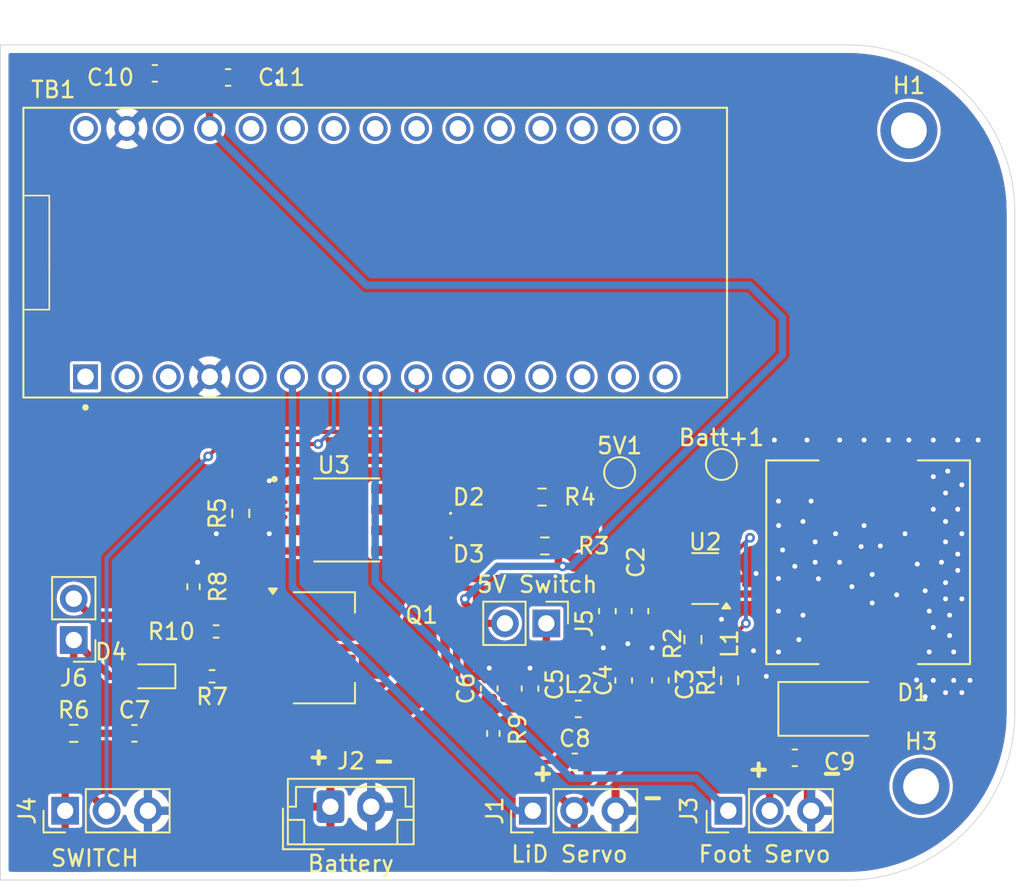
<source format=kicad_pcb>
(kicad_pcb (version 20240108) (generator "pcbnew") (generator_version "8.0")
  (layers (0 "F.Cu" signal) (31 "B.Cu" signal) (34 "B.Paste" user) (35 "F.Paste" user) (36 "B.SilkS" user "B.Silkscreen") (37 "F.SilkS" user "F.Silkscreen") (38 "B.Mask" user) (39 "F.Mask" user) (44 "Edge.Cuts" user))
  (net 0 "")
  (net 1 "+5V")
  (net 2 "/Batt+")
  (net 3 "GND")
  (net 4 "Net-(D1-K)")
  (net 5 "Net-(D1-A)")
  (net 6 "Net-(D2-K)")
  (net 7 "Net-(D2-A)")
  (net 8 "Net-(D3-K)")
  (net 9 "Net-(D3-A)")
  (net 10 "Toggle Switch")
  (net 11 "Net-(D4-K)")
  (net 12 "Net-(U2-FB)")
  (net 13 "Net-(U3-PROG)")
  (net 14 "PWM Lid")
  (net 21 "PWM Foot")
  (net 24 "Net-(Q1-C)")
  (net 25 "Status LED")
  (net 30 "Net-(J5-Pin_1)")
  (net 43 "Net-(J6-Pin_2)")
  (footprint "Capacitor_SMD:C_0603_1608Metric" (layer "F.Cu") (at 155.75 99.75 90)
    (property "Reference" "C6" (at 0 -1.43 90) (layer "F.SilkS"))
    (property "Value" "100n")
    (pad "1" smd roundrect (at -0.775 0 90) (size 0.9 0.95) (layers "F.Cu" "F.Paste" "F.Mask") (net 30 "Net-(J5-Pin_1)"))
    (pad "2" smd roundrect (at 0.775 0 90) (size 0.9 0.95) (layers "F.Cu" "F.Paste" "F.Mask") (net 3 "GND"))
  )
  (footprint "Resistor_SMD:R_0603_1608Metric" (layer "F.Cu") (at 130.25 102.5)
    (property "Reference" "R6" (at 0 -1.43 0) (layer "F.SilkS"))
    (property "Value" "10K")
    (pad "1" smd roundrect (at -0.825 0) (size 0.8 0.95) (layers "F.Cu" "F.Paste" "F.Mask") (net 1 "+5V"))
    (pad "2" smd roundrect (at 0.825 0) (size 0.8 0.95) (layers "F.Cu" "F.Paste" "F.Mask") (net 10 "Toggle Switch"))
  )
  (footprint "Resistor_SMD:R_0603_1608Metric" (layer "F.Cu") (at 140.5 89 90)
    (property "Reference" "R5" (at 0 -1.43 90) (layer "F.SilkS"))
    (property "Value" "1.2K")
    (pad "1" smd roundrect (at -0.825 0 90) (size 0.8 0.95) (layers "F.Cu" "F.Paste" "F.Mask") (net 3 "GND"))
    (pad "2" smd roundrect (at 0.825 0 90) (size 0.8 0.95) (layers "F.Cu" "F.Paste" "F.Mask") (net 13 "Net-(U3-PROG)"))
  )
  (footprint "Capacitor_SMD:C_0603_1608Metric" (layer "F.Cu") (at 161 104.25)
    (property "Reference" "C8" (at 0 -1.43 0) (layer "F.SilkS"))
    (property "Value" "10u")
    (pad "1" smd roundrect (at -0.775 0) (size 0.9 0.95) (layers "F.Cu" "F.Paste" "F.Mask") (net 1 "+5V"))
    (pad "2" smd roundrect (at 0.775 0) (size 0.9 0.95) (layers "F.Cu" "F.Paste" "F.Mask") (net 3 "GND"))
  )
  (footprint "Connector_PinHeader_2.54mm:PinHeader_1x02_P2.54mm_Vertical" (layer "F.Cu") (at 159.25 95.75 -90)
    (property "Reference" "J5" (at 0 -2.33 90) (layer "F.SilkS"))
    (property "Value" "5V Switch")
    (pad "1" thru_hole rect (at 0 0 270) (size 1.7 1.7) (drill 1) (layers "*.Cu" "*.Mask") (net 30 "Net-(J5-Pin_1)"))
    (pad "2" thru_hole oval (at 0 2.54 270) (size 1.7 1.7) (drill 1) (layers "*.Cu" "*.Mask") (net 1 "+5V"))
  )
  (footprint "LED_SMD:LED_0402_1005Metric" (layer "F.Cu") (at 154.47 89)
    (property "Reference" "D2" (at 0.015 -1 0) (layer "F.SilkS"))
    (property "Value" "BLUE")
    (pad "1" smd roundrect (at -0.485 0) (size 0.59 0.64) (layers "F.Cu" "F.Paste" "F.Mask") (net 6 "Net-(D2-K)"))
    (pad "2" smd roundrect (at 0.485 0) (size 0.59 0.64) (layers "F.Cu" "F.Paste" "F.Mask") (net 7 "Net-(D2-A)"))
  )
  (footprint "Capacitor_SMD:C_0603_1608Metric" (layer "F.Cu") (at 174.5 104)
    (property "Reference" "C9" (at 2.75 0.25 0) (layer "F.SilkS"))
    (property "Value" "10u")
    (pad "1" smd roundrect (at -0.775 0) (size 0.9 0.95) (layers "F.Cu" "F.Paste" "F.Mask") (net 1 "+5V"))
    (pad "2" smd roundrect (at 0.775 0) (size 0.9 0.95) (layers "F.Cu" "F.Paste" "F.Mask") (net 3 "GND"))
  )
  (footprint "Capacitor_SMD:C_0603_1608Metric" (layer "F.Cu") (at 139.725 62.25)
    (property "Reference" "C11" (at 3.275 0 0) (layer "F.SilkS"))
    (property "Value" "10U")
    (pad "1" smd roundrect (at -0.775 0) (size 0.9 0.95) (layers "F.Cu" "F.Paste" "F.Mask") (net 1 "+5V"))
    (pad "2" smd roundrect (at 0.775 0) (size 0.9 0.95) (layers "F.Cu" "F.Paste" "F.Mask") (net 3 "GND"))
  )
  (footprint "MountingHole:MountingHole_2.2mm_M2_ISO7380_Pad" (layer "F.Cu") (at 181.5 65.5)
    (property "Reference" "H1" (at 0 -2.75 0) (layer "F.SilkS"))
    (property "Value" "MountingHole")
    (pad "1" thru_hole circle (at 0 0) (size 3.5 3.5) (drill 2.2) (layers "*.Cu" "*.Mask"))
  )
  (footprint "Connector_PinHeader_2.54mm:PinHeader_1x03_P2.54mm_Vertical" (layer "F.Cu") (at 158.42 107.25 90)
    (property "Reference" "J1" (at 0 -2.33 90) (layer "F.SilkS"))
    (property "Value" "Conn_01x03_Pin")
    (pad "1" thru_hole rect (at 0 0 90) (size 1.7 1.7) (drill 1) (layers "*.Cu" "*.Mask") (net 14 "PWM Lid"))
    (pad "2" thru_hole oval (at 0 2.54 90) (size 1.7 1.7) (drill 1) (layers "*.Cu" "*.Mask") (net 1 "+5V"))
    (pad "3" thru_hole oval (at 0 5.08 90) (size 1.7 1.7) (drill 1) (layers "*.Cu" "*.Mask") (net 3 "GND"))
  )
  (footprint "Resistor_SMD:R_0603_1608Metric" (layer "F.Cu") (at 168.25 96.75 90)
    (property "Reference" "R2" (at -0.25 -1.25 90) (layer "F.SilkS"))
    (property "Value" "1K")
    (pad "1" smd roundrect (at -0.825 0 90) (size 0.8 0.95) (layers "F.Cu" "F.Paste" "F.Mask") (net 12 "Net-(U2-FB)"))
    (pad "2" smd roundrect (at 0.825 0 90) (size 0.8 0.95) (layers "F.Cu" "F.Paste" "F.Mask") (net 3 "GND"))
  )
  (footprint "Package_TO_SOT_SMD:SOT-23-6" (layer "F.Cu") (at 169 93 180)
    (property "Reference" "U2" (at 0 2.25 0) (layer "F.SilkS"))
    (property "Value" "MT3608")
    (pad "1" smd roundrect (at -1.1375 -0.95 180) (size 1.325 0.6) (layers "F.Cu" "F.Paste" "F.Mask") (net 5 "Net-(D1-A)"))
    (pad "2" smd roundrect (at -1.1375 0 180) (size 1.325 0.6) (layers "F.Cu" "F.Paste" "F.Mask") (net 3 "GND"))
    (pad "3" smd roundrect (at -1.1375 0.95 180) (size 1.325 0.6) (layers "F.Cu" "F.Paste" "F.Mask") (net 12 "Net-(U2-FB)"))
    (pad "4" smd roundrect (at 1.1375 0.95 180) (size 1.325 0.6) (layers "F.Cu" "F.Paste" "F.Mask") (net 2 "/Batt+"))
    (pad "5" smd roundrect (at 1.1375 0 180) (size 1.325 0.6) (layers "F.Cu" "F.Paste" "F.Mask") (net 2 "/Batt+"))
    (pad "6" smd roundrect (at 1.1375 -0.95 180) (size 1.325 0.6) (layers "F.Cu" "F.Paste" "F.Mask"))
  )
  (footprint "TestPoint:TestPoint_Pad_D1.5mm" (layer "F.Cu") (at 170 86)
    (property "Reference" "Batt+1" (at 0 -1.648 0) (layer "F.SilkS"))
    (property "Value" "Batt+")
    (pad "1" smd circle (at 0 0) (size 1.5 1.5) (layers "F.Cu" "F.Mask") (net 2 "/Batt+"))
  )
  (footprint "Capacitor_SMD:C_0603_1608Metric" (layer "F.Cu") (at 163 95 -90)
    (property "Reference" "C1" (hide yes))
    (property "Value" "100n")
    (pad "1" smd roundrect (at -0.775 0 270) (size 0.9 0.95) (layers "F.Cu" "F.Paste" "F.Mask") (net 2 "/Batt+"))
    (pad "2" smd roundrect (at 0.775 0 270) (size 0.9 0.95) (layers "F.Cu" "F.Paste" "F.Mask") (net 3 "GND"))
  )
  (footprint "Resistor_SMD:R_0603_1608Metric" (layer "F.Cu") (at 158.985 88 180)
    (property "Reference" "R4" (at -2.325 0 0) (layer "F.SilkS"))
    (property "Value" "4.7K")
    (pad "1" smd roundrect (at -0.825 0 180) (size 0.8 0.95) (layers "F.Cu" "F.Paste" "F.Mask") (net 1 "+5V"))
    (pad "2" smd roundrect (at 0.825 0 180) (size 0.8 0.95) (layers "F.Cu" "F.Paste" "F.Mask") (net 7 "Net-(D2-A)"))
  )
  (footprint "Capacitor_SMD:C_0603_1608Metric" (layer "F.Cu") (at 164 99.25 90)
    (property "Reference" "C4" (at 0 -1.25 90) (layer "F.SilkS"))
    (property "Value" "10n")
    (pad "1" smd roundrect (at -0.775 0 90) (size 0.9 0.95) (layers "F.Cu" "F.Paste" "F.Mask") (net 4 "Net-(D1-K)"))
    (pad "2" smd roundrect (at 0.775 0 90) (size 0.9 0.95) (layers "F.Cu" "F.Paste" "F.Mask") (net 3 "GND"))
  )
  (footprint "TestPoint:TestPoint_Pad_D1.5mm" (layer "F.Cu") (at 163.75 86.5)
    (property "Reference" "5V1" (at 0 -1.648 0) (layer "F.SilkS"))
    (property "Value" "TP")
    (pad "1" smd circle (at 0 0) (size 1.5 1.5) (layers "F.Cu" "F.Mask") (net 1 "+5V"))
  )
  (footprint "Power Inductor:INDP125125X600N" (layer "F.Cu") (at 179 92 90)
    (property "Reference" "L1" (at -5 -8.5 90) (layer "F.SilkS") (effects (font (size 1.000024 1.000024))))
    (property "Value" "SRR1260-220M")
    (pad "1" smd rect (at -4.85 0 90) (size 2.9 5.4) (layers "F.Cu" "F.Paste" "F.Mask") (net 5 "Net-(D1-A)"))
    (pad "2" smd rect (at 4.85 0 90) (size 2.9 5.4) (layers "F.Cu" "F.Paste" "F.Mask") (net 2 "/Batt+"))
  )
  (footprint "LED_SMD:LED_0402_1005Metric" (layer "F.Cu") (at 154.5 90.5)
    (property "Reference" "D3" (at -0.015 1 0) (layer "F.SilkS"))
    (property "Value" "RED")
    (pad "1" smd roundrect (at -0.485 0) (size 0.59 0.64) (layers "F.Cu" "F.Paste" "F.Mask") (net 8 "Net-(D3-K)"))
    (pad "2" smd roundrect (at 0.485 0) (size 0.59 0.64) (layers "F.Cu" "F.Paste" "F.Mask") (net 9 "Net-(D3-A)"))
  )
  (footprint "Inductor_SMD:L_0603_1608Metric" (layer "F.Cu") (at 161.2125 101 180)
    (property "Reference" "L2" (at 0 1.5 0) (layer "F.SilkS"))
    (property "Value" "L_Ferrite_Small")
    (pad "1" smd roundrect (at -0.7875 0 180) (size 0.875 0.95) (layers "F.Cu" "F.Paste" "F.Mask") (net 4 "Net-(D1-K)"))
    (pad "2" smd roundrect (at 0.7875 0 180) (size 0.875 0.95) (layers "F.Cu" "F.Paste" "F.Mask") (net 30 "Net-(J5-Pin_1)"))
  )
  (footprint "Capacitor_SMD:C_0603_1608Metric" (layer "F.Cu") (at 165 95 -90)
    (property "Reference" "C2" (at -3 0.25 -90) (layer "F.SilkS"))
    (property "Value" "22U")
    (pad "1" smd roundrect (at -0.775 0 270) (size 0.9 0.95) (layers "F.Cu" "F.Paste" "F.Mask") (net 2 "/Batt+"))
    (pad "2" smd roundrect (at 0.775 0 270) (size 0.9 0.95) (layers "F.Cu" "F.Paste" "F.Mask") (net 3 "GND"))
  )
  (footprint "Connector_PinHeader_2.54mm:PinHeader_1x03_P2.54mm_Vertical" (layer "F.Cu") (at 170.42 107.25 90)
    (property "Reference" "J3" (at 0 -2.42 90) (layer "F.SilkS"))
    (property "Value" "Conn_01x03_Pin")
    (pad "1" thru_hole rect (at 0 0 90) (size 1.7 1.7) (drill 1) (layers "*.Cu" "*.Mask") (net 21 "PWM Foot"))
    (pad "2" thru_hole oval (at 0 2.54 90) (size 1.7 1.7) (drill 1) (layers "*.Cu" "*.Mask") (net 1 "+5V"))
    (pad "3" thru_hole oval (at 0 5.08 90) (size 1.7 1.7) (drill 1) (layers "*.Cu" "*.Mask") (net 3 "GND"))
  )
  (footprint "Capacitor_SMD:C_0603_1608Metric" (layer "F.Cu") (at 133.975 102.5)
    (property "Reference" "C7" (at 0 -1.43 0) (layer "F.SilkS"))
    (property "Value" "1n")
    (pad "1" smd roundrect (at -0.775 0) (size 0.9 0.95) (layers "F.Cu" "F.Paste" "F.Mask") (net 10 "Toggle Switch"))
    (pad "2" smd roundrect (at 0.775 0) (size 0.9 0.95) (layers "F.Cu" "F.Paste" "F.Mask") (net 3 "GND"))
  )
  (footprint "Capacitor_SMD:C_0603_1608Metric" (layer "F.Cu") (at 158.25 99.75 90)
    (property "Reference" "C5" (at 0.25 1.5 90) (layer "F.SilkS"))
    (property "Value" "10n")
    (pad "1" smd roundrect (at -0.775 0 90) (size 0.9 0.95) (layers "F.Cu" "F.Paste" "F.Mask") (net 30 "Net-(J5-Pin_1)"))
    (pad "2" smd roundrect (at 0.775 0 90) (size 0.9 0.95) (layers "F.Cu" "F.Paste" "F.Mask") (net 3 "GND"))
  )
  (footprint "Connector_PinHeader_2.54mm:PinHeader_1x02_P2.54mm_Vertical" (layer "F.Cu") (at 130.25 96.775 180)
    (property "Reference" "J6" (at 0 -2.33 360) (layer "F.SilkS"))
    (property "Value" "Bulb terminal")
    (pad "1" thru_hole rect (at 0 0 180) (size 1.7 1.7) (drill 1) (layers "*.Cu" "*.Mask") (net 1 "+5V"))
    (pad "2" thru_hole oval (at 0 2.54 180) (size 1.7 1.7) (drill 1) (layers "*.Cu" "*.Mask") (net 43 "Net-(J6-Pin_2)"))
  )
  (footprint "TP4056:SOP127P600X175-9N" (layer "F.Cu") (at 147.01 89.405)
    (property "Reference" "U3" (at -0.795 -3.362 0) (layer "F.SilkS"))
    (property "Value" "TP4056")
    (pad "1" smd roundrect (at -2.475 -1.905) (size 1.97 0.6) (layers "F.Cu" "F.Paste" "F.Mask") (roundrect_rratio 0.125) (net 3 "GND"))
    (pad "2" smd roundrect (at -2.475 -0.635) (size 1.97 0.6) (layers "F.Cu" "F.Paste" "F.Mask") (roundrect_rratio 0.125) (net 13 "Net-(U3-PROG)"))
    (pad "3" smd roundrect (at -2.475 0.635) (size 1.97 0.6) (layers "F.Cu" "F.Paste" "F.Mask") (roundrect_rratio 0.125) (net 3 "GND"))
    (pad "4" smd roundrect (at -2.475 1.905) (size 1.97 0.6) (layers "F.Cu" "F.Paste" "F.Mask") (roundrect_rratio 0.125) (net 1 "+5V"))
    (pad "5" smd roundrect (at 2.475 1.905) (size 1.97 0.6) (layers "F.Cu" "F.Paste" "F.Mask") (roundrect_rratio 0.125) (net 2 "/Batt+"))
    (pad "6" smd roundrect (at 2.475 0.635) (size 1.97 0.6) (layers "F.Cu" "F.Paste" "F.Mask") (roundrect_rratio 0.125) (net 8 "Net-(D3-K)"))
    (pad "7" smd roundrect (at 2.475 -0.635) (size 1.97 0.6) (layers "F.Cu" "F.Paste" "F.Mask") (roundrect_rratio 0.125) (net 6 "Net-(D2-K)"))
    (pad "8" smd roundrect (at 2.475 -1.905) (size 1.97 0.6) (layers "F.Cu" "F.Paste" "F.Mask") (roundrect_rratio 0.125) (net 1 "+5V"))
    (pad "9" smd rect (at 0 0) (size 2.413 3.302) (layers "F.Cu" "F.Mask"))
  )
  (footprint "Resistor_SMD:R_0402_1005Metric" (layer "F.Cu") (at 137.6 93.5 -90)
    (property "Reference" "R8" (at 0 -1.5 90) (layer "F.SilkS"))
    (property "Value" "10K")
    (pad "1" smd roundrect (at -0.51 0 270) (size 0.54 0.64) (layers "F.Cu" "F.Paste" "F.Mask") (net 3 "GND"))
    (pad "2" smd roundrect (at 0.51 0 270) (size 0.54 0.64) (layers "F.Cu" "F.Paste" "F.Mask") (net 25 "Status LED"))
  )
  (footprint "Connector_PinHeader_2.54mm:PinHeader_1x03_P2.54mm_Vertical" (layer "F.Cu") (at 129.725 107.25 90)
    (property "Reference" "J4" (at 0 -2.33 90) (layer "F.SilkS"))
    (property "Value" "Conn_01x03_Pin")
    (pad "1" thru_hole rect (at 0 0 90) (size 1.7 1.7) (drill 1) (layers "*.Cu" "*.Mask") (net 1 "+5V"))
    (pad "2" thru_hole oval (at 0 2.54 90) (size 1.7 1.7) (drill 1) (layers "*.Cu" "*.Mask") (net 10 "Toggle Switch"))
    (pad "3" thru_hole oval (at 0 5.08 90) (size 1.7 1.7) (drill 1) (layers "*.Cu" "*.Mask") (net 3 "GND"))
  )
  (footprint "Arduino Nano:MODULE_ABX00028" (layer "F.Cu") (at 148.75 73)
    (property "Reference" "TB1" (at -19.75 -10 0) (layer "F.SilkS"))
    (property "Value" "ARDUINO_NANO")
    (pad "1" thru_hole rect (at -17.78 7.62) (size 1.524 1.524) (drill 1.016) (layers "*.Cu" "*.Mask"))
    (pad "2" thru_hole circle (at -15.24 7.62) (size 1.524 1.524) (drill 1.016) (layers "*.Cu" "*.Mask"))
    (pad "3" thru_hole circle (at -12.7 7.62) (size 1.524 1.524) (drill 1.016) (layers "*.Cu" "*.Mask"))
    (pad "4" thru_hole circle (at -10.16 7.62) (size 1.524 1.524) (drill 1.016) (layers "*.Cu" "*.Mask") (net 3 "GND"))
    (pad "5" thru_hole circle (at -7.62 7.62) (size 1.524 1.524) (drill 1.016) (layers "*.Cu" "*.Mask"))
    (pad "6" thru_hole circle (at -5.08 7.62) (size 1.524 1.524) (drill 1.016) (layers "*.Cu" "*.Mask") (net 14 "PWM Lid"))
    (pad "7" thru_hole circle (at -2.54 7.62) (size 1.524 1.524) (drill 1.016) (layers "*.Cu" "*.Mask") (net 25 "Status LED"))
    (pad "8" thru_hole circle (at 0 7.62) (size 1.524 1.524) (drill 1.016) (layers "*.Cu" "*.Mask") (net 21 "PWM Foot"))
    (pad "9" thru_hole circle (at 2.54 7.62) (size 1.524 1.524) (drill 1.016) (layers "*.Cu" "*.Mask") (net 10 "Toggle Switch"))
    (pad "10" thru_hole circle (at 5.08 7.62) (size 1.524 1.524) (drill 1.016) (layers "*.Cu" "*.Mask"))
    (pad "11" thru_hole circle (at 7.62 7.62) (size 1.524 1.524) (drill 1.016) (layers "*.Cu" "*.Mask"))
    (pad "12" thru_hole circle (at 10.16 7.62) (size 1.524 1.524) (drill 1.016) (layers "*.Cu" "*.Mask"))
    (pad "13" thru_hole circle (at 12.7 7.62) (size 1.524 1.524) (drill 1.016) (layers "*.Cu" "*.Mask"))
    (pad "14" thru_hole circle (at 15.24 7.62) (size 1.524 1.524) (drill 1.016) (layers "*.Cu" "*.Mask"))
    (pad "15" thru_hole circle (at 17.78 7.62) (size 1.524 1.524) (drill 1.016) (layers "*.Cu" "*.Mask"))
    (pad "16" thru_hole circle (at 17.78 -7.62) (size 1.524 1.524) (drill 1.016) (layers "*.Cu" "*.Mask"))
    (pad "17" thru_hole circle (at 15.24 -7.62) (size 1.524 1.524) (drill 1.016) (layers "*.Cu" "*.Mask"))
    (pad "18" thru_hole circle (at 12.7 -7.62) (size 1.524 1.524) (drill 1.016) (layers "*.Cu" "*.Mask"))
    (pad "19" thru_hole circle (at 10.16 -7.62) (size 1.524 1.524) (drill 1.016) (layers "*.Cu" "*.Mask"))
    (pad "20" thru_hole circle (at 7.62 -7.62) (size 1.524 1.524) (drill 1.016) (layers "*.Cu" "*.Mask"))
    (pad "21" thru_hole circle (at 5.08 -7.62) (size 1.524 1.524) (drill 1.016) (layers "*.Cu" "*.Mask"))
    (pad "22" thru_hole circle (at 2.54 -7.62) (size 1.524 1.524) (drill 1.016) (layers "*.Cu" "*.Mask"))
    (pad "23" thru_hole circle (at 0 -7.62) (size 1.524 1.524) (drill 1.016) (layers "*.Cu" "*.Mask"))
    (pad "24" thru_hole circle (at -2.54 -7.62) (size 1.524 1.524) (drill 1.016) (layers "*.Cu" "*.Mask"))
    (pad "25" thru_hole circle (at -5.08 -7.62) (size 1.524 1.524) (drill 1.016) (layers "*.Cu" "*.Mask"))
    (pad "26" thru_hole circle (at -7.62 -7.62) (size 1.524 1.524) (drill 1.016) (layers "*.Cu" "*.Mask"))
    (pad "27" thru_hole circle (at -10.16 -7.62) (size 1.524 1.524) (drill 1.016) (layers "*.Cu" "*.Mask") (net 1 "+5V"))
    (pad "28" thru_hole circle (at -12.7 -7.62) (size 1.524 1.524) (drill 1.016) (layers "*.Cu" "*.Mask"))
    (pad "29" thru_hole circle (at -15.24 -7.62) (size 1.524 1.524) (drill 1.016) (layers "*.Cu" "*.Mask") (net 3 "GND"))
    (pad "30" thru_hole circle (at -17.78 -7.62) (size 1.524 1.524) (drill 1.016) (layers "*.Cu" "*.Mask"))
  )
  (footprint "Connector_JST:JST_EH_B2B-EH-A_1x02_P2.50mm_Vertical" (layer "F.Cu") (at 146 107)
    (property "Reference" "J2" (at 1.25 -2.8 0) (layer "F.SilkS"))
    (property "Value" "Battery" (at 1.25 3.5 0) (layer "F.SilkS"))
    (pad "1" thru_hole roundrect (at 0 0) (size 1.7 2) (drill 1) (layers "*.Cu" "*.Mask") (roundrect_rratio 0.147059) (net 2 "/Batt+"))
    (pad "2" thru_hole oval (at 2.5 0) (size 1.7 2) (drill 1) (layers "*.Cu" "*.Mask") (net 3 "GND"))
  )
  (footprint "Diode_SMD:D_SMA" (layer "F.Cu") (at 177 101)
    (property "Reference" "D1" (at 4.75 -1 0) (layer "F.SilkS"))
    (property "Value" "SS35")
    (pad "1" smd roundrect (at -2 0) (size 2.5 1.8) (layers "F.Cu" "F.Paste" "F.Mask") (roundrect_rratio 0.1388888889) (net 4 "Net-(D1-K)"))
    (pad "2" smd roundrect (at 2 0) (size 2.5 1.8) (layers "F.Cu" "F.Paste" "F.Mask") (roundrect_rratio 0.1388888889) (net 5 "Net-(D1-A)"))
  )
  (footprint "Resistor_SMD:R_0402_1005Metric" (layer "F.Cu") (at 138.99 96.25 180)
    (property "Reference" "R10" (at 2.75 0 0) (layer "F.SilkS"))
    (property "Value" "100")
    (pad "1" smd roundrect (at -0.51 0 180) (size 0.54 0.64) (layers "F.Cu" "F.Paste" "F.Mask") (net 24 "Net-(Q1-C)"))
    (pad "2" smd roundrect (at 0.51 0 180) (size 0.54 0.64) (layers "F.Cu" "F.Paste" "F.Mask") (net 43 "Net-(J6-Pin_2)"))
  )
  (footprint "Resistor_SMD:R_0603_1608Metric" (layer "F.Cu") (at 159.16 91 180)
    (property "Reference" "R3" (at -3 0 0) (layer "F.SilkS"))
    (property "Value" "4.7K")
    (pad "1" smd roundrect (at -0.825 0 180) (size 0.8 0.95) (layers "F.Cu" "F.Paste" "F.Mask") (net 1 "+5V"))
    (pad "2" smd roundrect (at 0.825 0 180) (size 0.8 0.95) (layers "F.Cu" "F.Paste" "F.Mask") (net 9 "Net-(D3-A)"))
  )
  (footprint "LED_SMD:LED_0603_1608Metric" (layer "F.Cu") (at 135 99 180)
    (property "Reference" "D4" (at 2.4625 1.5 0) (layer "F.SilkS"))
    (property "Value" "LED")
    (pad "1" smd roundrect (at -0.7875 0 180) (size 0.875 0.95) (layers "F.Cu" "F.Paste" "F.Mask") (net 11 "Net-(D4-K)"))
    (pad "2" smd roundrect (at 0.7875 0 180) (size 0.875 0.95) (layers "F.Cu" "F.Paste" "F.Mask") (net 1 "+5V"))
  )
  (footprint "Capacitor_SMD:C_0603_1608Metric" (layer "F.Cu") (at 135.225 62 180)
    (property "Reference" "C10" (at 2.725 -0.25 180) (layer "F.SilkS"))
    (property "Value" "10U")
    (pad "1" smd roundrect (at -0.775 0 180) (size 0.9 0.95) (layers "F.Cu" "F.Paste" "F.Mask") (net 1 "+5V"))
    (pad "2" smd roundrect (at 0.775 0 180) (size 0.9 0.95) (layers "F.Cu" "F.Paste" "F.Mask") (net 3 "GND"))
  )
  (footprint "Resistor_SMD:R_0603_1608Metric" (layer "F.Cu") (at 170.5 99.25 90)
    (property "Reference" "R1" (at 0 -1.43 90) (layer "F.SilkS"))
    (property "Value" "7.8K")
    (pad "1" smd roundrect (at -0.825 0 90) (size 0.8 0.95) (layers "F.Cu" "F.Paste" "F.Mask") (net 4 "Net-(D1-K)"))
    (pad "2" smd roundrect (at 0.825 0 90) (size 0.8 0.95) (layers "F.Cu" "F.Paste" "F.Mask") (net 12 "Net-(U2-FB)"))
  )
  (footprint "MountingHole:MountingHole_2.2mm_M2_ISO7380_Pad" (layer "F.Cu") (at 182.25 105.75)
    (property "Reference" "H3" (at 0 -2.75 0) (layer "F.SilkS"))
    (property "Value" "MountingHole")
    (pad "1" thru_hole circle (at 0 0) (size 3.5 3.5) (drill 2.2) (layers "*.Cu" "*.Mask"))
  )
  (footprint "Resistor_SMD:R_0402_1005Metric" (layer "F.Cu") (at 156 102.51 -90)
    (property "Reference" "R9" (at -0.25 -1.5 90) (layer "F.SilkS"))
    (property "Value" "0")
    (pad "1" smd roundrect (at -0.51 0 270) (size 0.54 0.64) (layers "F.Cu" "F.Paste" "F.Mask") (net 30 "Net-(J5-Pin_1)"))
    (pad "2" smd roundrect (at 0.51 0 270) (size 0.54 0.64) (layers "F.Cu" "F.Paste" "F.Mask") (net 1 "+5V"))
  )
  (footprint "Package_TO_SOT_SMD:SOT-223-3_TabPin2" (layer "F.Cu") (at 145.6 97.25)
    (property "Reference" "Q1" (at 6 -2 0) (layer "F.SilkS"))
    (property "Value" "PZT2222A")
    (pad "1" smd roundrect (at -3.15 -2.3) (size 2 1.5) (layers "F.Cu" "F.Paste" "F.Mask") (net 25 "Status LED"))
    (pad "2" smd roundrect (at -3.15 0) (size 2 1.5) (layers "F.Cu" "F.Paste" "F.Mask") (net 24 "Net-(Q1-C)"))
    (pad "2" smd roundrect (at 3.15 0) (size 2 3.8) (layers "F.Cu" "F.Paste" "F.Mask") (net 24 "Net-(Q1-C)"))
    (pad "3" smd roundrect (at -3.15 2.3) (size 2 1.5) (layers "F.Cu" "F.Paste" "F.Mask") (net 3 "GND"))
  )
  (footprint "Capacitor_SMD:C_0603_1608Metric" (layer "F.Cu") (at 166.25 99.25 90)
    (property "Reference" "C3" (at -0.25 1.5 90) (layer "F.SilkS"))
    (property "Value" "22U")
    (pad "1" smd roundrect (at -0.775 0 90) (size 0.9 0.95) (layers "F.Cu" "F.Paste" "F.Mask") (net 4 "Net-(D1-K)"))
    (pad "2" smd roundrect (at 0.775 0 90) (size 0.9 0.95) (layers "F.Cu" "F.Paste" "F.Mask") (net 3 "GND"))
  )
  (footprint "Resistor_SMD:R_0402_1005Metric" (layer "F.Cu") (at 138.74 99 180)
    (property "Reference" "R7" (at 0 -1.25 360) (layer "F.SilkS"))
    (property "Value" "1K")
    (pad "1" smd roundrect (at -0.51 0 180) (size 0.54 0.64) (layers "F.Cu" "F.Paste" "F.Mask") (net 24 "Net-(Q1-C)"))
    (pad "2" smd roundrect (at 0.51 0 180) (size 0.54 0.64) (layers "F.Cu" "F.Paste" "F.Mask") (net 11 "Net-(D4-K)"))
  )
  (gr_line (start 188 101.25) (end 188 70.5) (stroke (width 0.05)) (layer "Edge.Cuts"))
  (gr_line (start 125.75 111.5) (end 125.75 60.25) (stroke (width 0.05)) (layer "Edge.Cuts"))
  (gr_line (start 177.75 111.5) (end 125.75 111.5) (stroke (width 0.05)) (layer "Edge.Cuts"))
  (gr_arc (start 188 101.25) (mid 184.997845 108.497845) (end 177.75 111.5) (stroke (width 0.05)) (layer "Edge.Cuts"))
  (gr_line (start 177.75 60.25) (end 125.75 60.25) (stroke (width 0.05)) (layer "Edge.Cuts"))
  (gr_arc (start 177.75 60.25) (mid 184.997845 63.252155) (end 188 70.5) (stroke (width 0.05)) (layer "Edge.Cuts"))
  (gr_text "Foot Servo" (at 168.5 110.5 0) (layer "F.SilkS") (effects (font (size 1 1)) (justify left bottom)))
  (gr_text "+" (at 171.5 105.25 0) (layer "F.SilkS") (effects (font (size 1 1) (thickness 0.25) (bold yes)) (justify left bottom)))
  (gr_text "+" (at 144.5 104.5 0) (layer "F.SilkS") (effects (font (size 1 1) (thickness 0.25) (bold yes)) (justify left bottom)))
  (gr_text "-" (at 148.5 104.75 0) (layer "F.SilkS") (effects (font (size 1 1) (thickness 0.25) (bold yes)) (justify left bottom)))
  (gr_text "SWITCH" (at 128.75 110.75 0) (layer "F.SilkS") (effects (font (size 1 1)) (justify left bottom)))
  (gr_text "5V Switch" (at 154.9 93.95 0) (layer "F.SilkS") (effects (font (size 1 1)) (justify left bottom)))
  (gr_text "-" (at 165 107 0) (layer "F.SilkS") (effects (font (size 1 1) (thickness 0.25) (bold yes)) (justify left bottom)))
  (gr_text "LiD Servo" (at 157 110.5 0) (layer "F.SilkS") (effects (font (size 1 1)) (justify left bottom)))
  (gr_text "+" (at 158.25 105.5 0) (layer "F.SilkS") (effects (font (size 1 1) (thickness 0.25) (bold yes)) (justify left bottom)))
  (gr_text "-" (at 176 105.5 0) (layer "F.SilkS") (effects (font (size 1 1) (thickness 0.25) (bold yes)) (justify left bottom)))
  (segment (start 171.5 104.75) (end 171.25 104.5) (width 0.25) (layer "F.Cu") (net 1))
  (segment (start 159.985 91) (end 159.985 91.985) (width 0.45) (layer "F.Cu") (net 1))
  (segment (start 154.77 103.02) (end 156 103.02) (width 0.45) (layer "F.Cu") (net 1))
  (segment (start 138.7 62) (end 138.95 62.25) (width 0.45) (layer "F.Cu") (net 1))
  (segment (start 155.25 95.75) (end 153.75 97.25) (width 0.45) (layer "F.Cu") (net 1))
  (segment (start 172.96 106.21) (end 172.96 107.25) (width 0.45) (layer "F.Cu") (net 1))
  (segment (start 161.75 91) (end 162.25 90.5) (width 0.45) (layer "F.Cu") (net 1))
  (segment (start 159.81 88) (end 162.25 88) (width 0.45) (layer "F.Cu") (net 1))
  (segment (start 160.96 107.24) (end 157.97 104.25) (width 0.45) (layer "F.Cu") (net 1))
  (segment (start 144.535 91.31) (end 138.56 91.31) (width 0.45) (layer "F.Cu") (net 1))
  (segment (start 132 110.75) (end 129.725 108.475) (width 0.45) (layer "F.Cu") (net 1))
  (segment (start 132.475 99) (end 134.2125 99) (width 0.45) (layer "F.Cu") (net 1))
  (segment (start 162.25 88) (end 162.5 87.75) (width 0.45) (layer "F.Cu") (net 1))
  (segment (start 160.68 104.25) (end 157.25 104.25) (width 0.25) (layer "F.Cu") (net 1))
  (segment (start 136 62) (end 138.7 62) (width 0.45) (layer "F.Cu") (net 1))
  (segment (start 170 104) (end 170.25 104) (width 0.45) (layer "F.Cu") (net 1))
  (segment (start 156.729999 104.25) (end 156 103.520001) (width 0.45) (layer "F.Cu") (net 1))
  (segment (start 129.725 107.25) (end 129.725 104.225) (width 0.45) (layer "F.Cu") (net 1))
  (segment (start 160.96 108.54) (end 158.75 110.75) (width 0.45) (layer "F.Cu") (net 1))
  (segment (start 138.56 91.31) (end 138 90.75) (width 0.45) (layer "F.Cu") (net 1))
  (segment (start 171.5 104.75) (end 170.75 104) (width 0.45) (layer "F.Cu") (net 1))
  (segment (start 150.25 85.75) (end 152 87.5) (width 0.45) (layer "F.Cu") (net 1))
  (segment (start 154.25 94.5) (end 154.25 94.25) (width 0.45) (layer "F.Cu") (net 1))
  (segment (start 170.25 104) (end 170.75 104) (width 0.45) (layer "F.Cu") (net 1))
  (segment (start 160.96 107.25) (end 160.96 108.54) (width 0.45) (layer "F.Cu") (net 1))
  (segment (start 158.75 110.75) (end 132 110.75) (width 0.45) (layer "F.Cu") (net 1))
  (segment (start 138.59 62.61) (end 138.59 65.38) (width 0.45) (layer "F.Cu") (net 1))
  (segment (start 156 87.5) (end 153 87.5) (width 0.45) (layer "F.Cu") (net 1))
  (segment (start 156 103.520001) (end 156 103.02) (width 0.45) (layer "F.Cu") (net 1))
  (segment (start 170.75 104) (end 171.25 104.5) (width 0.45) (layer "F.Cu") (net 1))
  (segment (start 159.81 87.06) (end 159.25 86.5) (width 0.45) (layer "F.Cu") (net 1))
  (segment (start 156.71 95.75) (end 155.5 95.75) (width 0.45) (layer "F.Cu") (net 1))
  (segment (start 130.25 96.775) (end 132.475 99) (width 0.45) (layer "F.Cu") (net 1))
  (segment (start 155.5 95.75) (end 155.25 95.75) (width 0.45) (layer "F.Cu") (net 1))
  (segment (start 149.485 87.5) (end 153 87.5) (width 0.45) (layer "F.Cu") (net 1))
  (segment (start 130.25 96.775) (end 130.25 98.5) (width 0.45) (layer "F.Cu") (net 1))
  (segment (start 130.25 98.5) (end 129.425 99.325) (width 0.45) (layer "F.Cu") (net 1))
  (segment (start 129.725 108.475) (end 129.725 107.25) (width 0.45) (layer "F.Cu") (net 1))
  (segment (start 153.75 97.25) (end 153.75 102) (width 0.45) (layer "F.Cu") (net 1))
  (segment (start 171.25 104.5) (end 172.96 106.21) (width 0.45) (layer "F.Cu") (net 1))
  (segment (start 138.95 62.25) (end 138.59 62.61) (width 0.25) (layer "F.Cu") (net 1))
  (segment (start 144.535 91.31) (end 144.475 91.25) (width 0.45) (layer "F.Cu") (net 1))
  (segment (start 159.81 88) (end 159.81 87.06) (width 0.45) (layer "F.Cu") (net 1))
  (segment (start 159.25 86.5) (end 157 86.5) (width 0.45) (layer "F.Cu") (net 1))
  (segment (start 129.725 104.225) (end 129.425 103.925) (width 0.45) (layer "F.Cu") (net 1))
  (segment (start 157.25 104.25) (end 156.729999 104.25) (width 0.45) (layer "F.Cu") (net 1))
  (segment (start 138 88.295574) (end 140.545574 85.75) (width 0.45) (layer "F.Cu") (net 1))
  (segment (start 140.545574 85.75) (end 150.25 85.75) (width 0.45) (layer "F.Cu") (net 1))
  (segment (start 162.25 90.5) (end 162.25 88) (width 0.45) (layer "F.Cu") (net 1))
  (segment (start 157.97 104.25) (end 157.25 104.25) (width 0.45) (layer "F.Cu") (net 1))
  (segment (start 152 87.5) (end 153 87.5) (width 0.45) (layer "F.Cu") (net 1))
  (segment (start 159.985 91.985) (end 160.25 92.25) (width 0.25) (layer "F.Cu") (net 1))
  (segment (start 129.425 103.925) (end 129.425 102.5) (width 0.45) (layer "F.Cu") (net 1))
  (segment (start 164.21 104) (end 170 104) (width 0.45) (layer "F.Cu") (net 1))
  (segment (start 155.5 95.75) (end 154.25 94.5) (width 0.45) (layer "F.Cu") (net 1))
  (segment (start 159.985 91) (end 161.75 91) (width 0.45) (layer "F.Cu") (net 1))
  (segment (start 160.96 107.25) (end 160.96 107.24) (width 0.45) (layer "F.Cu") (net 1))
  (segment (start 173.725 104) (end 170.25 104) (width 0.45) (layer "F.Cu") (net 1))
  (segment (start 138 90.75) (end 138 88.295574) (width 0.45) (layer "F.Cu") (net 1))
  (segment (start 162.5 87.75) (end 163.75 86.5) (width 0.45) (layer "F.Cu") (net 1))
  (segment (start 157 86.5) (end 156 87.5) (width 0.45) (layer "F.Cu") (net 1))
  (segment (start 160.96 107.25) (end 164.21 104) (width 0.45) (layer "F.Cu") (net 1))
  (segment (start 153.75 102) (end 154.77 103.02) (width 0.45) (layer "F.Cu") (net 1))
  (segment (start 129.425 99.325) (end 129.425 102.5) (width 0.45) (layer "F.Cu") (net 1))
  (via (at 154.25 94.25) (size 0.6) (drill 0.3) (layers "F.Cu" "B.Cu") (net 1))
  (via (at 160.25 92.25) (size 0.6) (drill 0.3) (layers "F.Cu" "B.Cu") (net 1))
  (segment (start 160.75 92.25) (end 160.25 92.25) (width 0.45) (layer "B.Cu") (net 1))
  (segment (start 173.75 77) (end 173.75 79.25) (width 0.45) (layer "B.Cu") (net 1))
  (segment (start 154.25 94.25) (end 156.25 92.25) (width 0.45) (layer "B.Cu") (net 1))
  (segment (start 138.59 65.38) (end 148.21 75) (width 0.45) (layer "B.Cu") (net 1))
  (segment (start 171.75 75) (end 173.75 77) (width 0.45) (layer "B.Cu") (net 1))
  (segment (start 148.21 75) (end 171.75 75) (width 0.45) (layer "B.Cu") (net 1))
  (segment (start 173.75 79.25) (end 160.75 92.25) (width 0.45) (layer "B.Cu") (net 1))
  (segment (start 156.25 92.25) (end 160.25 92.25) (width 0.45) (layer "B.Cu") (net 1))
  (segment (start 163 94.225) (end 163 93.75) (width 0.45) (layer "F.Cu") (net 2))
  (segment (start 162.25 93) (end 162.5 93) (width 0.45) (layer "F.Cu") (net 2))
  (segment (start 164.5 93) (end 167.8625 93) (width 0.45) (layer "F.Cu") (net 2))
  (segment (start 152 91.25) (end 153.75 93) (width 0.45) (layer "F.Cu") (net 2))
  (segment (start 165 94.225) (end 165 93.5) (width 0.45) (layer "F.Cu") (net 2))
  (segment (start 153.75 93) (end 160 93) (width 0.45) (layer "F.Cu") (net 2))
  (segment (start 167.8625 92.05) (end 172.7625 87.15) (width 0.45) (layer "F.Cu") (net 2))
  (segment (start 149.545 91.25) (end 152 91.25) (width 0.45) (layer "F.Cu") (net 2))
  (segment (start 163 93.75) (end 162.25 93) (width 0.45) (layer "F.Cu") (net 2))
  (segment (start 170 86) (end 171.15 87.15) (width 0.45) (layer "F.Cu") (net 2))
  (segment (start 160 93) (end 162.25 93) (width 0.45) (layer "F.Cu") (net 2))
  (segment (start 165 93.5) (end 164.5 93) (width 0.45) (layer "F.Cu") (net 2))
  (segment (start 149.485 91.31) (end 149.545 91.25) (width 0.45) (layer "F.Cu") (net 2))
  (segment (start 162.5 93) (end 164.5 93) (width 0.45) (layer "F.Cu") (net 2))
  (segment (start 172.7625 87.15) (end 179 87.15) (width 0.45) (layer "F.Cu") (net 2))
  (segment (start 167.8625 92.05) (end 167.8625 93) (width 0.45) (layer "F.Cu") (net 2))
  (segment (start 171.15 87.15) (end 172.7625 87.15) (width 0.45) (layer "F.Cu") (net 2))
  (segment (start 158.25 99.43) (end 158.25 98.5) (width 0.25) (layer "F.Cu") (net 3))
  (segment (start 134.805 102.555) (end 134.75 102.5) (width 0.45) (layer "F.Cu") (net 3))
  (segment (start 175.275 107.025) (end 175.5 107.25) (width 0.45) (layer "F.Cu") (net 3))
  (segment (start 144.535 87.5) (end 142.75 87.5) (width 0.45) (layer "F.Cu") (net 3))
  (segment (start 172.125 92.6875) (end 171.8125 93) (width 0.45) (layer "F.Cu") (net 3))
  (segment (start 137.6 92.25) (end 137.85 92) (width 0.25) (layer "F.Cu") (net 3))
  (segment (start 165 96.25) (end 164.25 97) (width 0.45) (layer "F.Cu") (net 3))
  (segment (start 140.5 62.25) (end 142.5 62.25) (width 0.45) (layer "F.Cu") (net 3))
  (segment (start 175.275 104) (end 175.275 107.025) (width 0.45) (layer "F.Cu") (net 3))
  (segment (start 142.5 62.25) (end 142.75 62.5) (width 0.45) (layer "F.Cu") (net 3))
  (segment (start 142.75 87.5) (end 142.25 87) (width 0.45) (layer "F.Cu") (net 3))
  (segment (start 139.425 89.825) (end 139 90.25) (width 0.25) (layer "F.Cu") (net 3))
  (segment (start 166.25 97.75) (end 166.25 98.93) (width 0.25) (layer "F.Cu") (net 3))
  (segment (start 164 98.475) (end 164 97.25) (width 0.45) (layer "F.Cu") (net 3))
  (segment (start 168.675 95.5) (end 170 95.5) (width 0.45) (layer "F.Cu") (net 3))
  (segment (start 165.75 97.25) (end 166.25 97.75) (width 0.25) (layer "F.Cu") (net 3))
  (segment (start 134.45 62) (end 134.45 64.44) (width 0.45) (layer "F.Cu") (net 3))
  (segment (start 142.46 90.04) (end 144.535 90.04) (width 0.45) (layer "F.Cu") (net 3))
  (segment (start 164 97.25) (end 164.25 97) (width 0.45) (layer "F.Cu") (net 3))
  (segment (start 140.5 89.825) (end 139.425 89.825) (width 0.25) (layer "F.Cu") (net 3))
  (segment (start 134.805 107.25) (end 134.805 102.555) (width 0.45) (layer "F.Cu") (net 3))
  (segment (start 163 95.775) (end 163 97) (width 0.45) (layer "F.Cu") (net 3))
  (segment (start 134.45 64.44) (end 133.51 65.38) (width 0.45) (layer "F.Cu") (net 3))
  (segment (start 137.6 92.99) (end 137.6 92.25) (width 0.25) (layer "F.Cu") (net 3))
  (segment (start 142.25 90.25) (end 142.46 90.04) (width 0.45) (layer "F.Cu") (net 3))
  (segment (start 155.75 99.43) (end 155.75 98.5) (width 0.25) (layer "F.Cu") (net 3))
  (segment (start 144.32 89.825) (end 144.535 90.04) (width 0.25) (layer "F.Cu") (net 3))
  (segment (start 165 95.775) (end 165 96.25) (width 0.45) (layer "F.Cu") (net 3))
  (segment (start 163 97) (end 162.75 97.25) (width 0.45) (layer "F.Cu") (net 3))
  (segment (start 168.25 95.925) (end 168.675 95.5) (width 0.45) (layer "F.Cu") (net 3))
  (segment (start 171.8125 93) (end 170.1375 93) (width 0.45) (layer "F.Cu") (net 3))
  (via (at 185.25 99.25) (size 0.6) (drill 0.3) (layers "F.Cu" "B.Cu") (net 3))
  (via (at 173.5 95) (size 0.6) (drill 0.3) (layers "F.Cu" "B.Cu") (net 3))
  (via (at 184.75 87.25) (size 0.6) (drill 0.3) (layers "F.Cu" "B.Cu") (net 3))
  (via (at 174.5 92.25) (size 0.6) (drill 0.3) (layers "F.Cu" "B.Cu") (net 3))
  (via (at 142.75 62.5) (size 0.6) (drill 0.3) (layers "F.Cu" "B.Cu") (net 3))
  (via (at 184 95.25) (size 0.6) (drill 0.3) (layers "F.Cu" "B.Cu") (net 3))
  (via (at 184.5 84.5) (size 0.6) (drill 0.3) (layers "F.Cu" "B.Cu") (net 3))
  (via (at 155.75 98.5) (size 0.6) (drill 0.3) (layers "F.Cu" "B.Cu") (net 3))
  (via (at 175.75 90.75) (size 0.6) (drill 0.3) (layers "F.Cu" "B.Cu") (net 3))
  (via (at 158.25 98.5) (size 0.6) (drill 0.3) (layers "F.Cu" "B.Cu") (net 3))
  (via (at 183 86.75) (size 0.6) (drill 0.3) (layers "F.Cu" "B.Cu") (net 3))
  (via (at 183 84.5) (size 0.6) (drill 0.3) (layers "F.Cu" "B.Cu") (net 3))
  (via (at 170 95.5) (size 0.6) (drill 0.3) (layers "F.Cu" "B.Cu") (net 3))
  (via (at 182.016523 92.116738) (size 0.6) (drill 0.3) (layers "F.Cu" "B.Cu") (net 3))
  (via (at 183.75 89.5) (size 0.6) (drill 0.3) (layers "F.Cu" "B.Cu") (net 3))
  (via (at 175 89.5) (size 0.6) (drill 0.3) (layers "F.Cu" "B.Cu") (net 3))
  (via (at 175.25 84.5) (size 0.6) (drill 0.3) (layers "F.Cu" "B.Cu") (net 3))
  (via (at 183.75 93.25) (size 0.6) (drill 0.3) (layers "F.Cu" "B.Cu") (net 3))
  (via (at 175.949941 93.014161) (size 0.6) (drill 0.3) (layers "F.Cu" "B.Cu") (net 3))
  (via (at 162.75 97.25) (size 0.6) (drill 0.3) (layers "F.Cu" "B.Cu") (net 3))
  (via (at 172.125 92.6875) (size 0.6) (drill 0.3) (layers "F.Cu" "B.Cu") (net 3))
  (via (at 173.75 91.25) (size 0.6) (drill 0.3) (layers "F.Cu" "B.Cu") (net 3))
  (via (at 180.75 94) (size 0.6) (drill 0.3) (layers "F.Cu" "B.Cu") (net 3))
  (via (at 183.75 87.75) (size 0.6) (drill 0.3) (layers "F.Cu" "B.Cu") (net 3))
  (via (at 175.75 92) (size 0.6) (drill 0.3) (layers "F.Cu" "B.Cu") (net 3))
  (via (at 184.25 97.5) (size 0.6) (drill 0.3) (layers "F.Cu" "B.Cu") (net 3))
  (via (at 182.75 97.5) (size 0.6) (drill 0.3) (layers "F.Cu" "B.Cu") (net 3))
  (via (at 185.75 84.5) (size 0.6) (drill 0.3) (layers "F.Cu" "B.Cu") (net 3))
  (via (at 177.25 84.5) (size 0.6) (drill 0.3) (layers "F.Cu" "B.Cu") (net 3))
  (via (at 175 95.25) (size 0.6) (drill 0.3) (layers "F.Cu" "B.Cu") (net 3))
  (via (at 181.262687 90.250097) (size 0.6) (drill 0.3) (layers "F.Cu" "B.Cu") (net 3))
  (via (at 142.25 90.25) (size 0.6) (drill 0.3) (layers "F.Cu" "B.Cu") (net 3))
  (via (at 180.25 84.5) (size 0.6) (drill 0.3) (layers "F.Cu" "B.Cu") (net 3))
  (via (at 175.5 88.25) (size 0.6) (drill 0.3) (layers "F.Cu" "B.Cu") (net 3))
  (via (at 182.5 93.75) (size 0.6) (drill 0.3) (layers "F.Cu" "B.Cu") (net 3))
  (via (at 177.25 92) (size 0.6) (drill 0.3) (layers "F.Cu" "B.Cu") (net 3))
  (via (at 181.5 84.5) (size 0.6) (drill 0.3) (layers "F.Cu" "B.Cu") (net 3))
  (via (at 173.5 97.5) (size 0.6) (drill 0.3) (layers "F.Cu" "B.Cu") (net 3))
  (via (at 173.5 93) (size 0.6) (drill 0.3) (layers "F.Cu" "B.Cu") (net 3))
  (via (at 183.75 90.75) (size 0.6) (drill 0.3) (layers "F.Cu" "B.Cu") (net 3))
  (via (at 183 99.25) (size 0.6) (drill 0.3) (layers "F.Cu" "B.Cu") (net 3))
  (via (at 184.5 91.5) (size 0.6) (drill 0.3) (layers "F.Cu" "B.Cu") (net 3))
  (via (at 183.75 94.25) (size 0.6) (drill 0.3) (layers "F.Cu" "B.Cu") (net 3))
  (via (at 184.5 88.75) (size 0.6) (drill 0.3) (layers "F.Cu" "B.Cu") (net 3))
  (via (at 173.5 88.25) (size 0.6) (drill 0.3) (layers "F.Cu" "B.Cu") (net 3))
  (via (at 164.25 97) (size 0.6) (drill 0.3) (layers "F.Cu" "B.Cu") (net 3))
  (via (at 182.75 95) (size 0.6) (drill 0.3) (layers "F.Cu" "B.Cu") (net 3))
  (via (at 173.25 84.5) (size 0.6) (drill 0.3) (layers "F.Cu" "B.Cu") (net 3))
  (via (at 171.965381 97.429484) (size 0.6) (drill 0.3) (layers "F.Cu" "B.Cu") (net 3))
  (via (at 181.975609 99.226068) (size 0.6) (drill 0.3) (layers "F.Cu" "B.Cu") (net 3))
  (via (at 142.25 87) (size 0.6) (drill 0.3) (layers "F.Cu" "B.Cu") (net 3))
  (via (at 183.75 100) (size 0.6) (drill 0.3) (layers "F.Cu" "B.Cu") (net 3))
  (via (at 184.75 94.25) (size 0.6) (drill 0.3) (layers "F.Cu" "B.Cu") (net 3))
  (via (at 183.883163 86.409125) (size 0.6) (drill 0.3) (layers "F.Cu" "B.Cu") (net 3))
  (via (at 139 90.25) (size 0.6) (drill 0.3) (layers "F.Cu" "B.Cu") (net 3))
  (via (at 173.508949 89.74754) (size 0.6) (drill 0.3) (layers "F.Cu" "B.Cu") (net 3))
  (via (at 137.85 92) (size 0.6) (drill 0.3) (layers "F.Cu" "B.Cu") (net 3))
  (via (at 184.75 90.25) (size 0.6) (drill 0.3) (layers "F.Cu" "B.Cu") (net 3))
  (via (at 184.5 92.5) (size 0.6) (drill 0.3) (layers "F.Cu" "B.Cu") (net 3))
  (via (at 174.75 96.75) (size 0.6) (drill 0.3) (layers "F.Cu" "B.Cu") (net 3))
  (via (at 178 93.5) (size 0.6) (drill 0.3) (layers "F.Cu" "B.Cu") (net 3))
  (via (at 184 96.5) (size 0.6) (drill 0.3) (layers "F.Cu" "B.Cu") (net 3))
  (via (at 178.570417 91.03983) (size 0.6) (drill 0.3) (layers "F.Cu" "B.Cu") (net 3))
  (via (at 183 96) (size 0.6) (drill 0.3) (layers "F.Cu" "B.Cu") (net 3))
  (via (at 179.25 94.5) (size 0.6) (drill 0.3) (layers "F.Cu" "B.Cu") (net 3))
  (via (at 172.75 99) (size 0.6) (drill 0.3) (layers "F.Cu" "B.Cu") (net 3))
  (via (at 179.25 92.75) (size 0.6) (drill 0.3) (layers "F.Cu" "B.Cu") (net 3))
  (via (at 178.75 84.5) (size 0.6) (drill 0.3) (layers "F.Cu" "B.Cu") (net 3))
  (via (at 178.75 89.75) (size 0.6) (drill 0.3) (layers "F.Cu" "B.Cu") (net 3))
  (via (at 177 90.25) (size 0.6) (drill 0.3) (layers "F.Cu" "B.Cu") (net 3))
  (via (at 165.75 97.25) (size 0.6) (drill 0.3) (layers "F.Cu" "B.Cu") (net 3))
  (via (at 179.75 91) (size 0.6) (drill 0.3) (layers "F.Cu" "B.Cu") (net 3))
  (via (at 184.75 100) (size 0.6) (drill 0.3) (layers "F.Cu" "B.Cu") (net 3))
  (via (at 182.5 100.25) (size 0.6) (drill 0.3) (layers "F.Cu" "B.Cu") (net 3))
  (via (at 183 88.75) (size 0.6) (drill 0.3) (layers "F.Cu" "B.Cu") (net 3))
  (via (at 183.5 92) (size 0.6) (drill 0.3) (layers "F.Cu" "B.Cu") (net 3))
  (via (at 184.25 99.25) (size 0.6) (drill 0.3) (layers "F.Cu" "B.Cu") (net 3))
  (segment (start 166.25 100.025) (end 167.25 101.025) (width 0.45) (layer "F.Cu") (net 4))
  (segment (start 170.5 100.075) (end 171.75 101.325) (width 0.45) (layer "F.Cu") (net 4))
  (segment (start 166.75 101.025) (end 167.25 101.025) (width 0.45) (layer "F.Cu") (net 4))
  (segment (start 174.675 101.325) (end 175 101) (width 0.45) (layer "F.Cu") (net 4))
  (segment (start 172 101.325) (end 174.675 101.325) (width 0.45) (layer "F.Cu") (net 4))
  (segment (start 171.75 101.325) (end 172 101.325) (width 0.45) (layer "F.Cu") (net 4))
  (segment (start 167.25 101.025) (end 169.2 101.025) (width 0.45) (layer "F.Cu") (net 4))
  (segment (start 169.2 101.025) (end 169.5 101.325) (width 0.45) (layer "F.Cu") (net 4))
  (segment (start 162.225 101.025) (end 164.5 101.025) (width 0.45) (layer "F.Cu") (net 4))
  (segment (start 169.5 101.325) (end 172 101.325) (width 0.45) (layer "F.Cu") (net 4))
  (segment (start 162 101.25) (end 162.225 101.025) (width 0.45) (layer "F.Cu") (net 4))
  (segment (start 165 101.025) (end 165.25 101.025) (width 0.45) (layer "F.Cu") (net 4))
  (segment (start 164 100.025) (end 165 101.025) (width 0.45) (layer "F.Cu") (net 4))
  (segment (start 164.5 101.025) (end 165.25 101.025) (width 0.45) (layer "F.Cu") (net 4))
  (segment (start 165.25 101.025) (end 166.75 101.025) (width 0.45) (layer "F.Cu") (net 4))
  (segment (start 176.1 93.95) (end 179 96.85) (width 0.45) (layer "F.Cu") (net 5))
  (segment (start 179 101) (end 179 96.85) (width 0.45) (layer "F.Cu") (net 5))
  (segment (start 170.1375 93.95) (end 176.1 93.95) (width 0.45) (layer "F.Cu") (net 5))
  (segment (start 149.485 88.77) (end 153.755 88.77) (width 0.25) (layer "F.Cu") (net 6))
  (segment (start 153.755 88.77) (end 153.985 89) (width 0.25) (layer "F.Cu") (net 6))
  (segment (start 157.16 89) (end 158.16 88) (width 0.25) (layer "F.Cu") (net 7))
  (segment (start 154.955 89) (end 157.16 89) (width 0.25) (layer "F.Cu") (net 7))
  (segment (start 149.485 90.04) (end 153.555 90.04) (width 0.25) (layer "F.Cu") (net 8))
  (segment (start 153.555 90.04) (end 154.015 90.5) (width 0.25) (layer "F.Cu") (net 8))
  (segment (start 157.835 90.5) (end 158.335 91) (width 0.25) (layer "F.Cu") (net 9))
  (segment (start 154.985 90.5) (end 157.835 90.5) (width 0.25) (layer "F.Cu") (net 9))
  (segment (start 150.25 84) (end 140 84) (width 0.25) (layer "F.Cu") (net 10))
  (segment (start 140 84) (end 138.5 85.5) (width 0.25) (layer "F.Cu") (net 10))
  (segment (start 151.29 80.62) (end 151.29 82.96) (width 0.25) (layer "F.Cu") (net 10))
  (segment (start 131.075 102.5) (end 131.075 106.06) (width 0.45) (layer "F.Cu") (net 10))
  (segment (start 131.075 102.5) (end 133.2 102.5) (width 0.45) (layer "F.Cu") (net 10))
  (segment (start 131.075 106.06) (end 132.265 107.25) (width 0.45) (layer "F.Cu") (net 10))
  (segment (start 151.29 82.96) (end 150.25 84) (width 0.25) (layer "F.Cu") (net 10))
  (via (at 138.5 85.5) (size 0.6) (drill 0.3) (layers "F.Cu" "B.Cu") (net 10))
  (segment (start 132.265 107.25) (end 132.265 91.735) (width 0.25) (layer "B.Cu") (net 10))
  (segment (start 132.265 91.735) (end 138.5 85.5) (width 0.25) (layer "B.Cu") (net 10))
  (segment (start 135.7875 99) (end 138.23 99) (width 0.45) (layer "F.Cu") (net 11))
  (segment (start 170.5 98.425) (end 170.5 96.75) (width 0.25) (layer "F.Cu") (net 12))
  (segment (start 168.25 98.075) (end 168.6 98.425) (width 0.45) (layer "F.Cu") (net 12))
  (segment (start 171.75 90.5) (end 170.2 92.05) (width 0.25) (layer "F.Cu") (net 12))
  (segment (start 170.5 98.425) (end 168.6 98.425) (width 0.45) (layer "F.Cu") (net 12))
  (segment (start 168.25 97.575) (end 168.25 98.075) (width 0.45) (layer "F.Cu") (net 12))
  (segment (start 170.2 92.05) (end 170.1375 92.05) (width 0.25) (layer "F.Cu") (net 12))
  (segment (start 170.5 96.75) (end 171.5 95.75) (width 0.25) (layer "F.Cu") (net 12))
  (via (at 171.5 95.75) (size 0.6) (drill 0.3) (layers "F.Cu" "B.Cu") (net 12))
  (via (at 171.75 90.5) (size 0.6) (drill 0.3) (layers "F.Cu" "B.Cu") (net 12))
  (segment (start 171.5 95.75) (end 171.5 90.75) (width 0.25) (layer "B.Cu") (net 12))
  (segment (start 171.5 90.75) (end 171.75 90.5) (width 0.25) (layer "B.Cu") (net 12))
  (segment (start 141.095 88.77) (end 140.5 88.175) (width 0.25) (layer "F.Cu") (net 13))
  (segment (start 144.535 88.77) (end 141.095 88.77) (width 0.25) (layer "F.Cu") (net 13))
  (segment (start 143.67 93.527818) (end 157.392182 107.25) (width 0.45) (layer "B.Cu") (net 14))
  (segment (start 143.67 80.62) (end 143.67 93.527818) (width 0.45) (layer "B.Cu") (net 14))
  (segment (start 157.392182 107.25) (end 158.42 107.25) (width 0.45) (layer "B.Cu") (net 14))
  (segment (start 160.763123 105.25) (end 168.42 105.25) (width 0.45) (layer "B.Cu") (net 21))
  (segment (start 148.75 93.236877) (end 160.763123 105.25) (width 0.45) (layer "B.Cu") (net 21))
  (segment (start 148.75 80.62) (end 148.75 93.236877) (width 0.45) (layer "B.Cu") (net 21))
  (segment (start 168.42 105.25) (end 170.42 107.25) (width 0.45) (layer "B.Cu") (net 21))
  (segment (start 140.51 96.25) (end 141.51 97.25) (width 0.45) (layer "F.Cu") (net 24))
  (segment (start 148.75 97.25) (end 142.45 97.25) (width 0.45) (layer "F.Cu") (net 24))
  (segment (start 141.95 96.75) (end 142.45 97.25) (width 0.2) (layer "F.Cu") (net 24))
  (segment (start 142.45 97.25) (end 141 97.25) (width 0.2) (layer "F.Cu") (net 24))
  (segment (start 141 97.25) (end 139.25 99) (width 0.45) (layer "F.Cu") (net 24))
  (segment (start 142.45 97.25) (end 141.51 97.25) (width 0.45) (layer "F.Cu") (net 24))
  (segment (start 139.5 96.25) (end 140.51 96.25) (width 0.45) (layer "F.Cu") (net 24))
  (segment (start 137.7 94.95) (end 135.75 93) (width 0.25) (layer "F.Cu") (net 25))
  (segment (start 137.6 94.76) (end 137.79 94.95) (width 0.25) (layer "F.Cu") (net 25))
  (segment (start 137.6 94.01) (end 137.6 94.76) (width 0.25) (layer "F.Cu") (net 25))
  (segment (start 135.75 93) (end 135.75 89.5) (width 0.25) (layer "F.Cu") (net 25))
  (segment (start 135.75 89.5) (end 140.5 84.75) (width 0.25) (layer "F.Cu") (net 25))
  (segment (start 140.5 84.75) (end 145.25 84.75) (width 0.25) (layer "F.Cu") (net 25))
  (segment (start 142.45 94.95) (end 137.79 94.95) (width 0.25) (layer "F.Cu") (net 25))
  (via (at 145.25 84.75) (size 0.6) (drill 0.3) (layers "F.Cu" "B.Cu") (net 25))
  (segment (start 146.21 83.79) (end 145.25 84.75) (width 0.25) (layer "B.Cu") (net 25))
  (segment (start 146.21 80.62) (end 146.21 83.79) (width 0.25) (layer "B.Cu") (net 25))
  (segment (start 155.75 100.07) (end 155.75 100.5) (width 0.25) (layer "F.Cu") (net 30))
  (segment (start 159.25 97.5) (end 160.425 98.675) (width 0.45) (layer "F.Cu") (net 30))
  (segment (start 159.25 95.75) (end 159.25 97.5) (width 0.45) (layer "F.Cu") (net 30))
  (segment (start 160.425 98.675) (end 160.425 101) (width 0.45) (layer "F.Cu") (net 30))
  (segment (start 158.25 100.07) (end 158.25 100.5) (width 0.25) (layer "F.Cu") (net 30))
  (segment (start 158.25 100.5) (end 158.75 101) (width 0.25) (layer "F.Cu") (net 30))
  (segment (start 156 102) (end 156 101.25) (width 0.45) (layer "F.Cu") (net 30))
  (segment (start 156 101.25) (end 156.25 101) (width 0.45) (layer "F.Cu") (net 30))
  (segment (start 158.75 101) (end 156.25 101) (width 0.45) (layer "F.Cu") (net 30))
  (segment (start 160.425 101) (end 158.75 101) (width 0.45) (layer "F.Cu") (net 30))
  (segment (start 155.75 100.5) (end 156.25 101) (width 0.25) (layer "F.Cu") (net 30))
  (segment (start 137.73 95.5) (end 138.48 96.25) (width 0.45) (layer "F.Cu") (net 43))
  (segment (start 135.25 95.25) (end 135.5 95.5) (width 0.45) (layer "F.Cu") (net 43))
  (segment (start 130.25 94.235) (end 131.265 95.25) (width 0.45) (layer "F.Cu") (net 43))
  (segment (start 131.265 95.25) (end 135.25 95.25) (width 0.45) (layer "F.Cu") (net 43))
  (segment (start 135.5 95.5) (end 137.73 95.5) (width 0.45) (layer "F.Cu") (net 43))
  (zone (net 3) (net_name "GND") (layer "F.Cu") (name "Batt+") (priority 2) (connect_pads (clearance 0)) (min_thickness 0.25) (fill yes (thermal_gap 0.5) (thermal_bridge_width 0.5))
    (polygon (pts (xy 141.5 85.5) (xy 152 85.75) (xy 151.75 89.5) (xy 149.25 90.75) (xy 149.5 92.75) (xy 141.5 92.75)))
  )
  (zone (net 2) (net_name "/Batt+") (layer "F.Cu") (name "Batt+") (priority 10) (connect_pads (clearance 0)) (min_thickness 0.25) (fill yes (thermal_gap 0.5) (thermal_bridge_width 0.5))
    (polygon (pts (xy 148.5 90.75) (xy 151.75 90.75) (xy 153.75 92.75) (xy 153.25 94) (xy 152.5 96.25) (xy 152.75 100) (xy 147.25 104.25) (xy 147.25 105.75) (xy 147.25 109.75) (xy 143 109.75) (xy 143.25 105) (xy 145.75 102.75) (xy 150.25 99.25) (xy 150.25 96) (xy 151.25 93.25) (xy 150.75 92.25) (xy 148.5 92.25)))
  )
  (zone (net 3) (net_name "GND") (layer "F.Cu") (name "Batt+") (priority 1) (connect_pads (clearance 0)) (min_thickness 0.25) (fill yes (thermal_gap 0.5) (thermal_bridge_width 0.5))
    (polygon (pts (xy 126.087572 57.496947) (xy 188.587572 57.746947) (xy 188.337572 111.996947) (xy 126.587572 111.996947)))
  )
  (zone (net 3) (net_name "GND") (layer "B.Cu") (name "Batt+") (priority 1) (connect_pads (clearance 0)) (min_thickness 0.25) (fill yes (thermal_gap 0.5) (thermal_bridge_width 0.5))
    (polygon (pts (xy 125.75 57.75) (xy 188.25 58) (xy 188 112.25) (xy 126.25 112.25)))
  )
)
</source>
